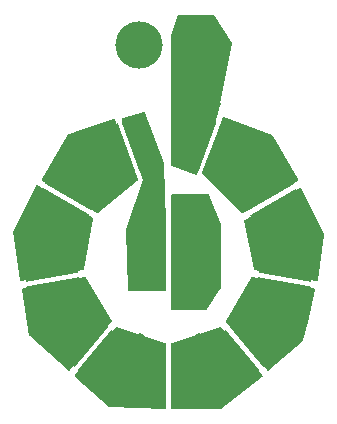
<source format=gtl>
%TF.GenerationSoftware,KiCad,Pcbnew,(6.0.9)*%
%TF.CreationDate,2023-02-02T11:12:29+01:00*%
%TF.ProjectId,SamsungLedBoard,53616d73-756e-4674-9c65-64426f617264,rev?*%
%TF.SameCoordinates,Original*%
%TF.FileFunction,Copper,L1,Top*%
%TF.FilePolarity,Positive*%
%FSLAX46Y46*%
G04 Gerber Fmt 4.6, Leading zero omitted, Abs format (unit mm)*
G04 Created by KiCad (PCBNEW (6.0.9)) date 2023-02-02 11:12:29*
%MOMM*%
%LPD*%
G01*
G04 APERTURE LIST*
G04 Aperture macros list*
%AMRotRect*
0 Rectangle, with rotation*
0 The origin of the aperture is its center*
0 $1 length*
0 $2 width*
0 $3 Rotation angle, in degrees counterclockwise*
0 Add horizontal line*
21,1,$1,$2,0,0,$3*%
G04 Aperture macros list end*
%TA.AperFunction,SMDPad,CuDef*%
%ADD10R,2.100000X4.430000*%
%TD*%
%TA.AperFunction,SMDPad,CuDef*%
%ADD11RotRect,4.430000X2.100000X170.000000*%
%TD*%
%TA.AperFunction,SMDPad,CuDef*%
%ADD12RotRect,4.430000X2.100000X330.000000*%
%TD*%
%TA.AperFunction,SMDPad,CuDef*%
%ADD13RotRect,4.430000X2.100000X130.000000*%
%TD*%
%TA.AperFunction,SMDPad,CuDef*%
%ADD14RotRect,4.430000X2.100000X290.000000*%
%TD*%
%TA.AperFunction,SMDPad,CuDef*%
%ADD15RotRect,4.430000X2.100000X250.000000*%
%TD*%
%TA.AperFunction,SMDPad,CuDef*%
%ADD16RotRect,4.430000X2.100000X50.000000*%
%TD*%
%TA.AperFunction,SMDPad,CuDef*%
%ADD17RotRect,4.430000X2.100000X10.000000*%
%TD*%
%TA.AperFunction,SMDPad,CuDef*%
%ADD18RotRect,4.430000X2.100000X210.000000*%
%TD*%
%TA.AperFunction,ComponentPad*%
%ADD19C,4.000000*%
%TD*%
%TA.AperFunction,ViaPad*%
%ADD20C,0.800000*%
%TD*%
G04 APERTURE END LIST*
D10*
%TO.P,D5,1,K*%
%TO.N,/L4-5*%
X151250000Y-110000000D03*
%TO.P,D5,2,A*%
%TO.N,/L5-6*%
X148750000Y-110000000D03*
%TD*%
D11*
%TO.P,D3,1,K*%
%TO.N,/L2-3*%
X160017060Y-100568990D03*
%TO.P,D3,2,A*%
%TO.N,/L3-4*%
X159582940Y-103031010D03*
%TD*%
D12*
%TO.P,D8,1,K*%
%TO.N,/L7-8*%
X140775000Y-96082532D03*
%TO.P,D8,2,A*%
%TO.N,/L8-9*%
X142025000Y-93917468D03*
%TD*%
D13*
%TO.P,D4,1,K*%
%TO.N,/L3-4*%
X157357556Y-106896515D03*
%TO.P,D4,2,A*%
%TO.N,/L4-5*%
X155442444Y-108503485D03*
%TD*%
D14*
%TO.P,D9,1,K*%
%TO.N,/L8-9*%
X145425384Y-91027525D03*
%TO.P,D9,2,A*%
%TO.N,/L9-10*%
X147774616Y-90172475D03*
%TD*%
D15*
%TO.P,D1,1,K*%
%TO.N,/L1A*%
X152325384Y-90172475D03*
%TO.P,D1,2,A*%
%TO.N,/L1-2*%
X154674616Y-91027525D03*
%TD*%
D10*
%TO.P,D10,1,K*%
%TO.N,/L9-10*%
X148750000Y-100000000D03*
%TO.P,D10,2,A*%
%TO.N,/L10C*%
X151250000Y-100000000D03*
%TD*%
D16*
%TO.P,D6,1,K*%
%TO.N,/L5-6*%
X144557556Y-108503485D03*
%TO.P,D6,2,A*%
%TO.N,/L6-7*%
X142642444Y-106896515D03*
%TD*%
D17*
%TO.P,D7,1,K*%
%TO.N,/L6-7*%
X140417060Y-103031010D03*
%TO.P,D7,2,A*%
%TO.N,/L7-8*%
X139982940Y-100568990D03*
%TD*%
D18*
%TO.P,D2,1,K*%
%TO.N,/L1-2*%
X158075000Y-94017468D03*
%TO.P,D2,2,A*%
%TO.N,/L2-3*%
X159325000Y-96182532D03*
%TD*%
D19*
%TO.P,J1,1,-*%
%TO.N,/L1A*%
X152500000Y-82000000D03*
%TO.P,J1,2,+*%
%TO.N,/L10C*%
X147500000Y-82000000D03*
%TD*%
D20*
%TO.N,/L1A*%
X154000000Y-87000000D03*
X151200000Y-86400000D03*
X152800000Y-86600000D03*
%TO.N,/L1-2*%
X154800000Y-94200000D03*
X156200000Y-92800000D03*
X158200000Y-90600000D03*
X157200000Y-91600000D03*
%TO.N,/L2-3*%
X161000000Y-98200000D03*
X162400000Y-98000000D03*
X157200000Y-98800000D03*
X159000000Y-98600000D03*
%TO.N,/L3-4*%
X158000000Y-104600000D03*
X160800000Y-106200000D03*
X159400000Y-105200000D03*
X156400000Y-103800000D03*
%TO.N,/L4-5*%
X152600000Y-106800000D03*
X153000000Y-108800000D03*
X154000000Y-111800000D03*
X153600000Y-110200000D03*
%TO.N,/L5-6*%
X145600000Y-111600000D03*
X146800000Y-108800000D03*
X147600000Y-106800000D03*
X146200000Y-110200000D03*
%TO.N,/L6-7*%
X143800000Y-103800000D03*
X142200000Y-104600000D03*
X141000000Y-105200000D03*
X139400000Y-106000000D03*
%TO.N,/L7-8*%
X139200000Y-98200000D03*
X140800000Y-98400000D03*
X137800000Y-98000000D03*
X142600000Y-98800000D03*
%TO.N,/L8-9*%
X142000000Y-90800000D03*
X144000000Y-92800000D03*
X145200000Y-94400000D03*
X143000000Y-91800000D03*
%TO.N,/L9-10*%
X148200000Y-96400000D03*
X148200000Y-95000000D03*
X148200000Y-93600000D03*
%TO.N,/L10C*%
X151200000Y-103400000D03*
X151000000Y-96800000D03*
X153200000Y-103200000D03*
X153000000Y-96800000D03*
X153400000Y-99000000D03*
X153400000Y-101400000D03*
%TD*%
%TA.AperFunction,Conductor*%
%TO.N,/L3-4*%
G36*
X162298647Y-102581231D02*
G01*
X162352420Y-102610417D01*
X162378769Y-102665638D01*
X162377156Y-102700513D01*
X161763637Y-105400000D01*
X161407189Y-106968370D01*
X161375489Y-107021243D01*
X158487206Y-109524422D01*
X158475223Y-109534807D01*
X158418866Y-109558630D01*
X158359269Y-109544777D01*
X158335219Y-109524422D01*
X154845677Y-105453290D01*
X154822162Y-105396804D01*
X154835166Y-105339259D01*
X156964995Y-101660464D01*
X157010513Y-101619578D01*
X157068699Y-101612722D01*
X162298647Y-102581231D01*
G37*
%TD.AperFunction*%
%TD*%
%TA.AperFunction,Conductor*%
%TO.N,/L8-9*%
G36*
X145420832Y-88265185D02*
G01*
X145434471Y-88289625D01*
X147374385Y-93333401D01*
X147377627Y-93394500D01*
X147344919Y-93445361D01*
X144053242Y-96156154D01*
X143996303Y-96178551D01*
X143940424Y-96165247D01*
X139285234Y-93449720D01*
X139244497Y-93404068D01*
X139238373Y-93343190D01*
X139249440Y-93314603D01*
X141381631Y-89631728D01*
X141427149Y-89590842D01*
X141434603Y-89587889D01*
X142080397Y-89361861D01*
X145309366Y-88231722D01*
X145370535Y-88230345D01*
X145420832Y-88265185D01*
G37*
%TD.AperFunction*%
%TD*%
%TA.AperFunction,Conductor*%
%TO.N,/L7-8*%
G36*
X138891209Y-93853205D02*
G01*
X143540068Y-96565040D01*
X143580805Y-96610692D01*
X143587588Y-96668264D01*
X142812218Y-100932802D01*
X142783206Y-100986672D01*
X142732843Y-101012436D01*
X140490813Y-101427627D01*
X137501442Y-101981214D01*
X137440781Y-101973219D01*
X137396405Y-101931095D01*
X137385410Y-101897870D01*
X136804373Y-97830613D01*
X136813830Y-97772340D01*
X138752778Y-93894445D01*
X138795713Y-93850853D01*
X138856070Y-93840823D01*
X138891209Y-93853205D01*
G37*
%TD.AperFunction*%
%TD*%
%TA.AperFunction,Conductor*%
%TO.N,/L2-3*%
G36*
X161224588Y-94064852D02*
G01*
X161247222Y-94094445D01*
X163185999Y-97971998D01*
X163195356Y-98030958D01*
X162615197Y-101898686D01*
X162587867Y-101953428D01*
X162533579Y-101981651D01*
X162499265Y-101981345D01*
X159421203Y-101411334D01*
X157266558Y-101012326D01*
X157212784Y-100983139D01*
X157187334Y-100933505D01*
X156413098Y-96868765D01*
X156420784Y-96808064D01*
X156460466Y-96764728D01*
X161108792Y-94053205D01*
X161168582Y-94040216D01*
X161224588Y-94064852D01*
G37*
%TD.AperFunction*%
%TD*%
%TA.AperFunction,Conductor*%
%TO.N,/L9-10*%
G36*
X147971629Y-87628251D02*
G01*
X148020300Y-87665329D01*
X148031947Y-87687853D01*
X149594735Y-91985521D01*
X149600616Y-92015397D01*
X149799921Y-96998025D01*
X149800000Y-97001982D01*
X149800000Y-102701000D01*
X149781093Y-102759191D01*
X149731593Y-102795155D01*
X149701000Y-102800000D01*
X146695266Y-102800000D01*
X146637075Y-102781093D01*
X146601111Y-102731593D01*
X146596339Y-102704805D01*
X146400693Y-97618013D01*
X146405700Y-97582901D01*
X147794828Y-93415516D01*
X147800000Y-93400000D01*
X146033766Y-88297546D01*
X146032599Y-88236373D01*
X146067611Y-88186195D01*
X146098873Y-88170338D01*
X147910460Y-87626862D01*
X147971629Y-87628251D01*
G37*
%TD.AperFunction*%
%TD*%
%TA.AperFunction,Conductor*%
%TO.N,/L5-6*%
G36*
X145663150Y-105821050D02*
G01*
X147697729Y-106499243D01*
X149732307Y-107177436D01*
X149781532Y-107213775D01*
X149800000Y-107271356D01*
X149800000Y-112696789D01*
X149781093Y-112754980D01*
X149731593Y-112790944D01*
X149696879Y-112795703D01*
X145034570Y-112601440D01*
X144973853Y-112577339D01*
X142074405Y-110064484D01*
X142042814Y-110012085D01*
X142048055Y-109951125D01*
X142064077Y-109925243D01*
X144338838Y-107271356D01*
X145556679Y-105850542D01*
X145608903Y-105818665D01*
X145663150Y-105821050D01*
G37*
%TD.AperFunction*%
%TD*%
%TA.AperFunction,Conductor*%
%TO.N,/L6-7*%
G36*
X142991962Y-101620717D02*
G01*
X143035005Y-101660464D01*
X145164834Y-105339259D01*
X145177627Y-105399092D01*
X145154323Y-105453290D01*
X141665360Y-109523747D01*
X141613135Y-109555624D01*
X141552147Y-109550716D01*
X141524693Y-109533553D01*
X141513580Y-109523747D01*
X138227051Y-106623869D01*
X138195928Y-106571192D01*
X138194648Y-106564322D01*
X137614192Y-102694611D01*
X137624258Y-102634259D01*
X137667876Y-102591350D01*
X137694070Y-102582580D01*
X142931301Y-101612722D01*
X142991962Y-101620717D01*
G37*
%TD.AperFunction*%
%TD*%
%TA.AperFunction,Conductor*%
%TO.N,/L1A*%
G36*
X153805208Y-79418907D02*
G01*
X153829390Y-79444085D01*
X155377254Y-81765881D01*
X155393801Y-81824786D01*
X155391958Y-81840212D01*
X154201322Y-87793390D01*
X154197799Y-87806358D01*
X152700927Y-92130657D01*
X152432891Y-92904982D01*
X152395989Y-92953787D01*
X152337448Y-92971580D01*
X152305504Y-92965638D01*
X150265167Y-92223697D01*
X150216942Y-92186041D01*
X150200000Y-92130657D01*
X150200000Y-81216067D01*
X150205080Y-81184760D01*
X150777436Y-79467693D01*
X150813775Y-79418468D01*
X150871356Y-79400000D01*
X153747017Y-79400000D01*
X153805208Y-79418907D01*
G37*
%TD.AperFunction*%
%TD*%
%TA.AperFunction,Conductor*%
%TO.N,/L4-5*%
G36*
X154443321Y-105850542D02*
G01*
X155661163Y-107271356D01*
X157932431Y-109921169D01*
X157955946Y-109977655D01*
X157941768Y-110037175D01*
X157918045Y-110063743D01*
X154426812Y-112779146D01*
X154366032Y-112800000D01*
X150299000Y-112800000D01*
X150240809Y-112781093D01*
X150204845Y-112731593D01*
X150200000Y-112701000D01*
X150200000Y-107271356D01*
X150218907Y-107213165D01*
X150267693Y-107177436D01*
X152302271Y-106499243D01*
X154336850Y-105821050D01*
X154398033Y-105820586D01*
X154443321Y-105850542D01*
G37*
%TD.AperFunction*%
%TD*%
%TA.AperFunction,Conductor*%
%TO.N,/L1-2*%
G36*
X154692998Y-88035428D02*
G01*
X158767169Y-89587493D01*
X158817602Y-89630404D01*
X160950560Y-93314603D01*
X160963353Y-93374436D01*
X160938534Y-93430362D01*
X160914766Y-93449720D01*
X156265922Y-96161545D01*
X156206131Y-96174534D01*
X156146035Y-96146035D01*
X152845076Y-92845076D01*
X152817299Y-92790559D01*
X152822383Y-92740311D01*
X153988599Y-89630404D01*
X154565057Y-88093181D01*
X154603193Y-88045334D01*
X154662169Y-88029040D01*
X154692998Y-88035428D01*
G37*
%TD.AperFunction*%
%TD*%
%TA.AperFunction,Conductor*%
%TO.N,/L10C*%
G36*
X153392191Y-94618907D02*
G01*
X153425385Y-94660923D01*
X154392385Y-96981724D01*
X154400000Y-97019801D01*
X154400000Y-102570026D01*
X154383373Y-102624941D01*
X153229390Y-104355915D01*
X153181380Y-104393845D01*
X153147017Y-104400000D01*
X150299000Y-104400000D01*
X150240809Y-104381093D01*
X150204845Y-104331593D01*
X150200000Y-104301000D01*
X150200000Y-94699000D01*
X150218907Y-94640809D01*
X150268407Y-94604845D01*
X150299000Y-94600000D01*
X153334000Y-94600000D01*
X153392191Y-94618907D01*
G37*
%TD.AperFunction*%
%TD*%
M02*

</source>
